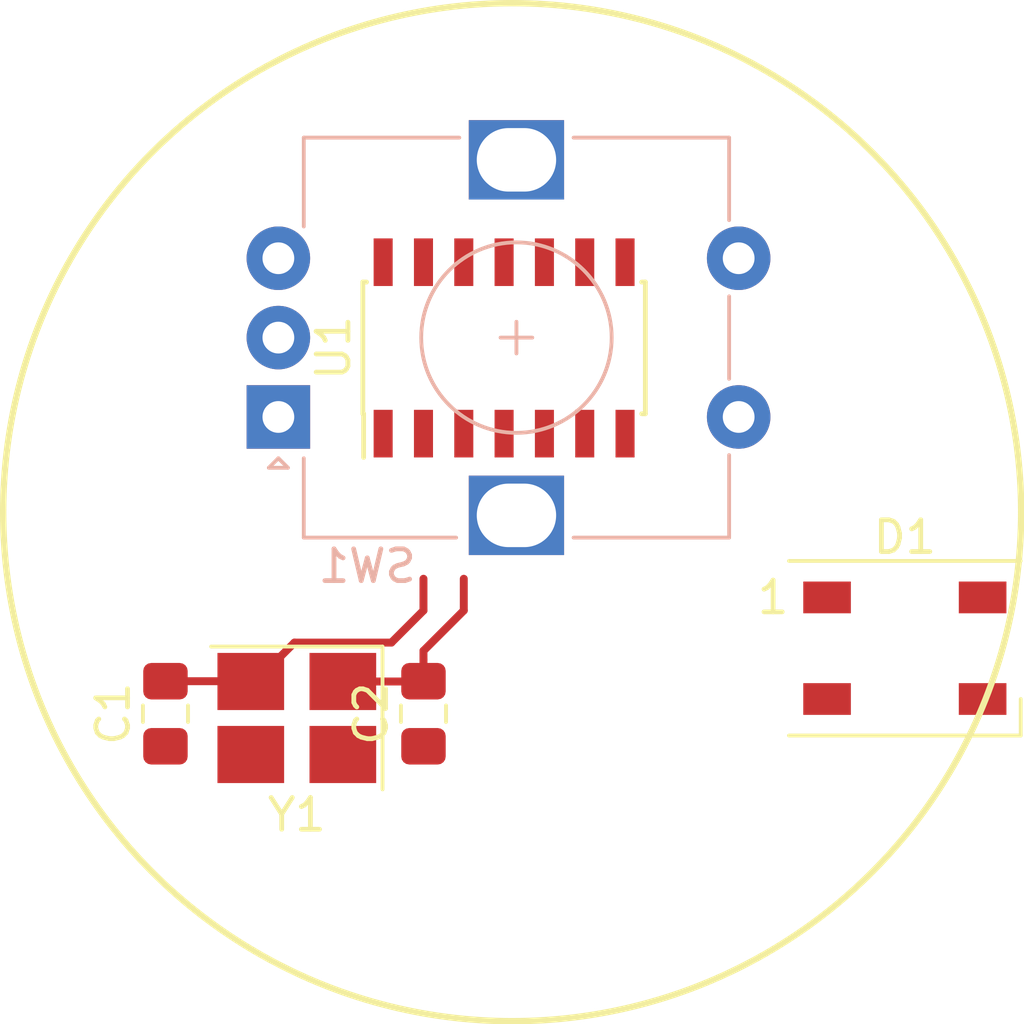
<source format=kicad_pcb>
(kicad_pcb (version 20171130) (host pcbnew "(5.0.2)-1")

  (general
    (thickness 1.6)
    (drawings 1)
    (tracks 13)
    (zones 0)
    (modules 6)
    (nets 22)
  )

  (page A4)
  (layers
    (0 F.Cu signal)
    (31 B.Cu signal)
    (32 B.Adhes user)
    (33 F.Adhes user)
    (34 B.Paste user)
    (35 F.Paste user)
    (36 B.SilkS user)
    (37 F.SilkS user)
    (38 B.Mask user)
    (39 F.Mask user)
    (40 Dwgs.User user)
    (41 Cmts.User user)
    (42 Eco1.User user)
    (43 Eco2.User user)
    (44 Edge.Cuts user)
    (45 Margin user)
    (46 B.CrtYd user)
    (47 F.CrtYd user)
    (48 B.Fab user)
    (49 F.Fab user)
  )

  (setup
    (last_trace_width 0.25)
    (trace_clearance 0.2)
    (zone_clearance 0.508)
    (zone_45_only no)
    (trace_min 0.2)
    (segment_width 0.2)
    (edge_width 0.15)
    (via_size 0.8)
    (via_drill 0.4)
    (via_min_size 0.4)
    (via_min_drill 0.3)
    (uvia_size 0.3)
    (uvia_drill 0.1)
    (uvias_allowed no)
    (uvia_min_size 0.2)
    (uvia_min_drill 0.1)
    (pcb_text_width 0.3)
    (pcb_text_size 1.5 1.5)
    (mod_edge_width 0.15)
    (mod_text_size 1 1)
    (mod_text_width 0.15)
    (pad_size 1.524 1.524)
    (pad_drill 0.762)
    (pad_to_mask_clearance 0.051)
    (solder_mask_min_width 0.25)
    (aux_axis_origin 0 0)
    (visible_elements FFFFFF7F)
    (pcbplotparams
      (layerselection 0x010fc_ffffffff)
      (usegerberextensions false)
      (usegerberattributes false)
      (usegerberadvancedattributes false)
      (creategerberjobfile false)
      (excludeedgelayer true)
      (linewidth 0.100000)
      (plotframeref false)
      (viasonmask false)
      (mode 1)
      (useauxorigin false)
      (hpglpennumber 1)
      (hpglpenspeed 20)
      (hpglpendiameter 15.000000)
      (psnegative false)
      (psa4output false)
      (plotreference true)
      (plotvalue true)
      (plotinvisibletext false)
      (padsonsilk false)
      (subtractmaskfromsilk false)
      (outputformat 1)
      (mirror false)
      (drillshape 1)
      (scaleselection 1)
      (outputdirectory ""))
  )

  (net 0 "")
  (net 1 GND)
  (net 2 /XTAL1)
  (net 3 /XTAL2)
  (net 4 "Net-(D1-Pad3)")
  (net 5 "Net-(D1-Pad4)")
  (net 6 "Net-(D1-Pad2)")
  (net 7 "Net-(D1-Pad1)")
  (net 8 "Net-(SW1-PadS1)")
  (net 9 "Net-(SW1-PadB)")
  (net 10 "Net-(SW1-PadA)")
  (net 11 +5V)
  (net 12 /nRESET)
  (net 13 "Net-(U1-Pad5)")
  (net 14 "Net-(U1-Pad6)")
  (net 15 /MOSI)
  (net 16 /MISO)
  (net 17 /SCK)
  (net 18 "Net-(U1-Pad10)")
  (net 19 /RX0)
  (net 20 /TX0)
  (net 21 "Net-(U1-Pad13)")

  (net_class Default "This is the default net class."
    (clearance 0.2)
    (trace_width 0.25)
    (via_dia 0.8)
    (via_drill 0.4)
    (uvia_dia 0.3)
    (uvia_drill 0.1)
    (add_net +5V)
    (add_net /MISO)
    (add_net /MOSI)
    (add_net /RX0)
    (add_net /SCK)
    (add_net /TX0)
    (add_net /XTAL1)
    (add_net /XTAL2)
    (add_net /nRESET)
    (add_net GND)
    (add_net "Net-(D1-Pad1)")
    (add_net "Net-(D1-Pad2)")
    (add_net "Net-(D1-Pad3)")
    (add_net "Net-(D1-Pad4)")
    (add_net "Net-(SW1-PadA)")
    (add_net "Net-(SW1-PadB)")
    (add_net "Net-(SW1-PadS1)")
    (add_net "Net-(U1-Pad10)")
    (add_net "Net-(U1-Pad13)")
    (add_net "Net-(U1-Pad5)")
    (add_net "Net-(U1-Pad6)")
  )

  (module MatthewFootprints:RotaryEncoder_Alps_EC12E-Switch_Vertical_H20mm (layer B.Cu) (tedit 5C46F170) (tstamp 5C4E9438)
    (at 157.735001 105.967001)
    (descr "Alps rotary encoder, EC12E... with switch, vertical shaft, http://www.alps.com/prod/info/E/HTML/Encoder/Incremental/EC12E/EC12E1240405.html & http://cdn-reichelt.de/documents/datenblatt/F100/402097STEC12E08.PDF")
    (tags "rotary encoder")
    (path /5C41EDE2)
    (fp_text reference SW1 (at 2.8 4.7) (layer B.SilkS)
      (effects (font (size 1 1) (thickness 0.15)) (justify mirror))
    )
    (fp_text value Rotary_Encoder_Switch (at 7.5 -10.4) (layer B.Fab)
      (effects (font (size 1 1) (thickness 0.15)) (justify mirror))
    )
    (fp_line (start 7 -2.5) (end 8 -2.5) (layer B.SilkS) (width 0.12))
    (fp_line (start 7.5 -2) (end 7.5 -3) (layer B.SilkS) (width 0.12))
    (fp_text user %R (at 11.5 -6.6) (layer B.Fab)
      (effects (font (size 1 1) (thickness 0.15)) (justify mirror))
    )
    (fp_line (start 14.2 -6.2) (end 14.2 -8.8) (layer B.SilkS) (width 0.12))
    (fp_line (start 14.2 -1.2) (end 14.2 -3.8) (layer B.SilkS) (width 0.12))
    (fp_line (start 14.2 3.8) (end 14.2 1.2) (layer B.SilkS) (width 0.12))
    (fp_line (start 4.5 -2.5) (end 10.5 -2.5) (layer B.Fab) (width 0.12))
    (fp_line (start 7.5 0.5) (end 7.5 -5.5) (layer B.Fab) (width 0.12))
    (fp_line (start 0.3 1.6) (end 0 1.3) (layer B.SilkS) (width 0.12))
    (fp_line (start -0.3 1.6) (end 0.3 1.6) (layer B.SilkS) (width 0.12))
    (fp_line (start 0 1.3) (end -0.3 1.6) (layer B.SilkS) (width 0.12))
    (fp_line (start 0.8 3.8) (end 0.8 1.3) (layer B.SilkS) (width 0.12))
    (fp_line (start 5.6 3.8) (end 0.8 3.8) (layer B.SilkS) (width 0.12))
    (fp_line (start 0.8 -8.8) (end 0.8 -6) (layer B.SilkS) (width 0.12))
    (fp_line (start 5.7 -8.8) (end 0.8 -8.8) (layer B.SilkS) (width 0.12))
    (fp_line (start 14.2 -8.8) (end 9.3 -8.8) (layer B.SilkS) (width 0.12))
    (fp_line (start 9.3 3.8) (end 14.2 3.8) (layer B.SilkS) (width 0.12))
    (fp_line (start 0.9 2.6) (end 1.9 3.7) (layer B.Fab) (width 0.12))
    (fp_line (start 0.9 -8.7) (end 0.9 2.6) (layer B.Fab) (width 0.12))
    (fp_line (start 14.1 -8.7) (end 0.9 -8.7) (layer B.Fab) (width 0.12))
    (fp_line (start 14.1 3.7) (end 14.1 -8.7) (layer B.Fab) (width 0.12))
    (fp_line (start 1.9 3.7) (end 14.1 3.7) (layer B.Fab) (width 0.12))
    (fp_line (start -1.5 4.85) (end 16 4.85) (layer B.CrtYd) (width 0.05))
    (fp_line (start -1.5 4.85) (end -1.5 -9.85) (layer B.CrtYd) (width 0.05))
    (fp_line (start 16 -9.85) (end 16 4.85) (layer B.CrtYd) (width 0.05))
    (fp_line (start 16 -9.85) (end -1.5 -9.85) (layer B.CrtYd) (width 0.05))
    (fp_circle (center 7.5 -2.5) (end 10.5 -2.5) (layer B.SilkS) (width 0.12))
    (fp_circle (center 7.5 -2.5) (end 10.5 -2.5) (layer B.Fab) (width 0.12))
    (pad S2 thru_hole circle (at 14.5 -5) (size 2 2) (drill 1) (layers *.Cu *.Mask)
      (net 1 GND))
    (pad S1 thru_hole circle (at 14.5 0) (size 2 2) (drill 1) (layers *.Cu *.Mask)
      (net 8 "Net-(SW1-PadS1)"))
    (pad MP thru_hole rect (at 7.5 -8.1) (size 3 2.5) (drill oval 2.5 2) (layers *.Cu *.Mask))
    (pad MP thru_hole rect (at 7.5 3.1) (size 3 2.5) (drill oval 2.5 2) (layers *.Cu *.Mask))
    (pad B thru_hole circle (at 0 -5) (size 2 2) (drill 1) (layers *.Cu *.Mask)
      (net 9 "Net-(SW1-PadB)"))
    (pad C thru_hole circle (at 0 -2.5) (size 2 2) (drill 1) (layers *.Cu *.Mask)
      (net 1 GND))
    (pad A thru_hole rect (at 0 0) (size 2 2) (drill 1) (layers *.Cu *.Mask)
      (net 10 "Net-(SW1-PadA)"))
    (model ${KISYS3DMOD}/Rotary_Encoder.3dshapes/RotaryEncoder_Alps_EC12E-Switch_Vertical_H20mm.wrl
      (at (xyz 0 0 0))
      (scale (xyz 1 1 1))
      (rotate (xyz 0 0 0))
    )
    (model ${KISYS3DMOD}/Rotary_Encoder.3dshapes/RotaryEncoder.step
      (offset (xyz 7.4 -2.5 6))
      (scale (xyz 1 1 1))
      (rotate (xyz 90 0 90))
    )
  )

  (module Capacitor_SMD:C_0805_2012Metric_Pad1.15x1.40mm_HandSolder (layer F.Cu) (tedit 5B36C52B) (tstamp 5C4E93E9)
    (at 154.178 115.316 90)
    (descr "Capacitor SMD 0805 (2012 Metric), square (rectangular) end terminal, IPC_7351 nominal with elongated pad for handsoldering. (Body size source: https://docs.google.com/spreadsheets/d/1BsfQQcO9C6DZCsRaXUlFlo91Tg2WpOkGARC1WS5S8t0/edit?usp=sharing), generated with kicad-footprint-generator")
    (tags "capacitor handsolder")
    (path /5C41E376)
    (attr smd)
    (fp_text reference C1 (at 0 -1.65 90) (layer F.SilkS)
      (effects (font (size 1 1) (thickness 0.15)))
    )
    (fp_text value C (at 0 1.65 90) (layer F.Fab)
      (effects (font (size 1 1) (thickness 0.15)))
    )
    (fp_line (start -1 0.6) (end -1 -0.6) (layer F.Fab) (width 0.1))
    (fp_line (start -1 -0.6) (end 1 -0.6) (layer F.Fab) (width 0.1))
    (fp_line (start 1 -0.6) (end 1 0.6) (layer F.Fab) (width 0.1))
    (fp_line (start 1 0.6) (end -1 0.6) (layer F.Fab) (width 0.1))
    (fp_line (start -0.261252 -0.71) (end 0.261252 -0.71) (layer F.SilkS) (width 0.12))
    (fp_line (start -0.261252 0.71) (end 0.261252 0.71) (layer F.SilkS) (width 0.12))
    (fp_line (start -1.85 0.95) (end -1.85 -0.95) (layer F.CrtYd) (width 0.05))
    (fp_line (start -1.85 -0.95) (end 1.85 -0.95) (layer F.CrtYd) (width 0.05))
    (fp_line (start 1.85 -0.95) (end 1.85 0.95) (layer F.CrtYd) (width 0.05))
    (fp_line (start 1.85 0.95) (end -1.85 0.95) (layer F.CrtYd) (width 0.05))
    (fp_text user %R (at 0 0 90) (layer F.Fab)
      (effects (font (size 0.5 0.5) (thickness 0.08)))
    )
    (pad 1 smd roundrect (at -1.025 0 90) (size 1.15 1.4) (layers F.Cu F.Paste F.Mask) (roundrect_rratio 0.217391)
      (net 1 GND))
    (pad 2 smd roundrect (at 1.025 0 90) (size 1.15 1.4) (layers F.Cu F.Paste F.Mask) (roundrect_rratio 0.217391)
      (net 2 /XTAL1))
    (model ${KISYS3DMOD}/Capacitor_SMD.3dshapes/C_0805_2012Metric.wrl
      (at (xyz 0 0 0))
      (scale (xyz 1 1 1))
      (rotate (xyz 0 0 0))
    )
  )

  (module Capacitor_SMD:C_0805_2012Metric_Pad1.15x1.40mm_HandSolder (layer F.Cu) (tedit 5B36C52B) (tstamp 5C4E97BD)
    (at 162.306 115.316 90)
    (descr "Capacitor SMD 0805 (2012 Metric), square (rectangular) end terminal, IPC_7351 nominal with elongated pad for handsoldering. (Body size source: https://docs.google.com/spreadsheets/d/1BsfQQcO9C6DZCsRaXUlFlo91Tg2WpOkGARC1WS5S8t0/edit?usp=sharing), generated with kicad-footprint-generator")
    (tags "capacitor handsolder")
    (path /5C41E3F8)
    (attr smd)
    (fp_text reference C2 (at 0 -1.65 90) (layer F.SilkS)
      (effects (font (size 1 1) (thickness 0.15)))
    )
    (fp_text value C (at 0 1.65 90) (layer F.Fab)
      (effects (font (size 1 1) (thickness 0.15)))
    )
    (fp_text user %R (at 0 0 90) (layer F.Fab)
      (effects (font (size 0.5 0.5) (thickness 0.08)))
    )
    (fp_line (start 1.85 0.95) (end -1.85 0.95) (layer F.CrtYd) (width 0.05))
    (fp_line (start 1.85 -0.95) (end 1.85 0.95) (layer F.CrtYd) (width 0.05))
    (fp_line (start -1.85 -0.95) (end 1.85 -0.95) (layer F.CrtYd) (width 0.05))
    (fp_line (start -1.85 0.95) (end -1.85 -0.95) (layer F.CrtYd) (width 0.05))
    (fp_line (start -0.261252 0.71) (end 0.261252 0.71) (layer F.SilkS) (width 0.12))
    (fp_line (start -0.261252 -0.71) (end 0.261252 -0.71) (layer F.SilkS) (width 0.12))
    (fp_line (start 1 0.6) (end -1 0.6) (layer F.Fab) (width 0.1))
    (fp_line (start 1 -0.6) (end 1 0.6) (layer F.Fab) (width 0.1))
    (fp_line (start -1 -0.6) (end 1 -0.6) (layer F.Fab) (width 0.1))
    (fp_line (start -1 0.6) (end -1 -0.6) (layer F.Fab) (width 0.1))
    (pad 2 smd roundrect (at 1.025 0 90) (size 1.15 1.4) (layers F.Cu F.Paste F.Mask) (roundrect_rratio 0.217391)
      (net 3 /XTAL2))
    (pad 1 smd roundrect (at -1.025 0 90) (size 1.15 1.4) (layers F.Cu F.Paste F.Mask) (roundrect_rratio 0.217391)
      (net 1 GND))
    (model ${KISYS3DMOD}/Capacitor_SMD.3dshapes/C_0805_2012Metric.wrl
      (at (xyz 0 0 0))
      (scale (xyz 1 1 1))
      (rotate (xyz 0 0 0))
    )
  )

  (module LED_SMD:LED_WS2812B_PLCC4_5.0x5.0mm_P3.2mm (layer F.Cu) (tedit 5AA4B285) (tstamp 5C4E9411)
    (at 177.470001 113.252001)
    (descr https://cdn-shop.adafruit.com/datasheets/WS2812B.pdf)
    (tags "LED RGB NeoPixel")
    (path /5C423FCE)
    (attr smd)
    (fp_text reference D1 (at 0 -3.5) (layer F.SilkS)
      (effects (font (size 1 1) (thickness 0.15)))
    )
    (fp_text value WS2812B (at 0 4) (layer F.Fab)
      (effects (font (size 1 1) (thickness 0.15)))
    )
    (fp_text user 1 (at -4.15 -1.6) (layer F.SilkS)
      (effects (font (size 1 1) (thickness 0.15)))
    )
    (fp_text user %R (at 0 0) (layer F.Fab)
      (effects (font (size 0.8 0.8) (thickness 0.15)))
    )
    (fp_line (start 3.45 -2.75) (end -3.45 -2.75) (layer F.CrtYd) (width 0.05))
    (fp_line (start 3.45 2.75) (end 3.45 -2.75) (layer F.CrtYd) (width 0.05))
    (fp_line (start -3.45 2.75) (end 3.45 2.75) (layer F.CrtYd) (width 0.05))
    (fp_line (start -3.45 -2.75) (end -3.45 2.75) (layer F.CrtYd) (width 0.05))
    (fp_line (start 2.5 1.5) (end 1.5 2.5) (layer F.Fab) (width 0.1))
    (fp_line (start -2.5 -2.5) (end -2.5 2.5) (layer F.Fab) (width 0.1))
    (fp_line (start -2.5 2.5) (end 2.5 2.5) (layer F.Fab) (width 0.1))
    (fp_line (start 2.5 2.5) (end 2.5 -2.5) (layer F.Fab) (width 0.1))
    (fp_line (start 2.5 -2.5) (end -2.5 -2.5) (layer F.Fab) (width 0.1))
    (fp_line (start -3.65 -2.75) (end 3.65 -2.75) (layer F.SilkS) (width 0.12))
    (fp_line (start -3.65 2.75) (end 3.65 2.75) (layer F.SilkS) (width 0.12))
    (fp_line (start 3.65 2.75) (end 3.65 1.6) (layer F.SilkS) (width 0.12))
    (fp_circle (center 0 0) (end 0 -2) (layer F.Fab) (width 0.1))
    (pad 3 smd rect (at 2.45 1.6) (size 1.5 1) (layers F.Cu F.Paste F.Mask)
      (net 4 "Net-(D1-Pad3)"))
    (pad 4 smd rect (at 2.45 -1.6) (size 1.5 1) (layers F.Cu F.Paste F.Mask)
      (net 5 "Net-(D1-Pad4)"))
    (pad 2 smd rect (at -2.45 1.6) (size 1.5 1) (layers F.Cu F.Paste F.Mask)
      (net 6 "Net-(D1-Pad2)"))
    (pad 1 smd rect (at -2.45 -1.6) (size 1.5 1) (layers F.Cu F.Paste F.Mask)
      (net 7 "Net-(D1-Pad1)"))
    (model ${KISYS3DMOD}/LED_SMD.3dshapes/LED_WS2812B_PLCC4_5.0x5.0mm_P3.2mm.wrl
      (at (xyz 0 0 0))
      (scale (xyz 1 1 1))
      (rotate (xyz 0 0 0))
    )
  )

  (module Package_SO:SOIC-14_3.9x8.7mm_P1.27mm (layer F.Cu) (tedit 5A02F2D3) (tstamp 5C4E945B)
    (at 164.846 103.792 90)
    (descr "14-Lead Plastic Small Outline (SL) - Narrow, 3.90 mm Body [SOIC] (see Microchip Packaging Specification 00000049BS.pdf)")
    (tags "SOIC 1.27")
    (path /5C41E109)
    (attr smd)
    (fp_text reference U1 (at 0 -5.375 90) (layer F.SilkS)
      (effects (font (size 1 1) (thickness 0.15)))
    )
    (fp_text value ATtiny841-SSU (at 0 5.375 90) (layer F.Fab)
      (effects (font (size 1 1) (thickness 0.15)))
    )
    (fp_text user %R (at 0 0 90) (layer F.Fab)
      (effects (font (size 0.9 0.9) (thickness 0.135)))
    )
    (fp_line (start -0.95 -4.35) (end 1.95 -4.35) (layer F.Fab) (width 0.15))
    (fp_line (start 1.95 -4.35) (end 1.95 4.35) (layer F.Fab) (width 0.15))
    (fp_line (start 1.95 4.35) (end -1.95 4.35) (layer F.Fab) (width 0.15))
    (fp_line (start -1.95 4.35) (end -1.95 -3.35) (layer F.Fab) (width 0.15))
    (fp_line (start -1.95 -3.35) (end -0.95 -4.35) (layer F.Fab) (width 0.15))
    (fp_line (start -3.7 -4.65) (end -3.7 4.65) (layer F.CrtYd) (width 0.05))
    (fp_line (start 3.7 -4.65) (end 3.7 4.65) (layer F.CrtYd) (width 0.05))
    (fp_line (start -3.7 -4.65) (end 3.7 -4.65) (layer F.CrtYd) (width 0.05))
    (fp_line (start -3.7 4.65) (end 3.7 4.65) (layer F.CrtYd) (width 0.05))
    (fp_line (start -2.075 -4.45) (end -2.075 -4.425) (layer F.SilkS) (width 0.15))
    (fp_line (start 2.075 -4.45) (end 2.075 -4.335) (layer F.SilkS) (width 0.15))
    (fp_line (start 2.075 4.45) (end 2.075 4.335) (layer F.SilkS) (width 0.15))
    (fp_line (start -2.075 4.45) (end -2.075 4.335) (layer F.SilkS) (width 0.15))
    (fp_line (start -2.075 -4.45) (end 2.075 -4.45) (layer F.SilkS) (width 0.15))
    (fp_line (start -2.075 4.45) (end 2.075 4.45) (layer F.SilkS) (width 0.15))
    (fp_line (start -2.075 -4.425) (end -3.45 -4.425) (layer F.SilkS) (width 0.15))
    (pad 1 smd rect (at -2.7 -3.81 90) (size 1.5 0.6) (layers F.Cu F.Paste F.Mask)
      (net 11 +5V))
    (pad 2 smd rect (at -2.7 -2.54 90) (size 1.5 0.6) (layers F.Cu F.Paste F.Mask)
      (net 2 /XTAL1))
    (pad 3 smd rect (at -2.7 -1.27 90) (size 1.5 0.6) (layers F.Cu F.Paste F.Mask)
      (net 3 /XTAL2))
    (pad 4 smd rect (at -2.7 0 90) (size 1.5 0.6) (layers F.Cu F.Paste F.Mask)
      (net 12 /nRESET))
    (pad 5 smd rect (at -2.7 1.27 90) (size 1.5 0.6) (layers F.Cu F.Paste F.Mask)
      (net 13 "Net-(U1-Pad5)"))
    (pad 6 smd rect (at -2.7 2.54 90) (size 1.5 0.6) (layers F.Cu F.Paste F.Mask)
      (net 14 "Net-(U1-Pad6)"))
    (pad 7 smd rect (at -2.7 3.81 90) (size 1.5 0.6) (layers F.Cu F.Paste F.Mask)
      (net 15 /MOSI))
    (pad 8 smd rect (at 2.7 3.81 90) (size 1.5 0.6) (layers F.Cu F.Paste F.Mask)
      (net 16 /MISO))
    (pad 9 smd rect (at 2.7 2.54 90) (size 1.5 0.6) (layers F.Cu F.Paste F.Mask)
      (net 17 /SCK))
    (pad 10 smd rect (at 2.7 1.27 90) (size 1.5 0.6) (layers F.Cu F.Paste F.Mask)
      (net 18 "Net-(U1-Pad10)"))
    (pad 11 smd rect (at 2.7 0 90) (size 1.5 0.6) (layers F.Cu F.Paste F.Mask)
      (net 19 /RX0))
    (pad 12 smd rect (at 2.7 -1.27 90) (size 1.5 0.6) (layers F.Cu F.Paste F.Mask)
      (net 20 /TX0))
    (pad 13 smd rect (at 2.7 -2.54 90) (size 1.5 0.6) (layers F.Cu F.Paste F.Mask)
      (net 21 "Net-(U1-Pad13)"))
    (pad 14 smd rect (at 2.7 -3.81 90) (size 1.5 0.6) (layers F.Cu F.Paste F.Mask)
      (net 1 GND))
    (model ${KISYS3DMOD}/Package_SO.3dshapes/SOIC-14_3.9x8.7mm_P1.27mm.wrl
      (at (xyz 0 0 0))
      (scale (xyz 1 1 1))
      (rotate (xyz 0 0 0))
    )
  )

  (module Crystal:Crystal_SMD_3225-4Pin_3.2x2.5mm_HandSoldering (layer F.Cu) (tedit 5A0FD1B2) (tstamp 5C4E946F)
    (at 158.316 115.45 180)
    (descr "SMD Crystal SERIES SMD3225/4 http://www.txccrystal.com/images/pdf/7m-accuracy.pdf, hand-soldering, 3.2x2.5mm^2 package")
    (tags "SMD SMT crystal hand-soldering")
    (path /5C41E256)
    (attr smd)
    (fp_text reference Y1 (at 0 -3.05 180) (layer F.SilkS)
      (effects (font (size 1 1) (thickness 0.15)))
    )
    (fp_text value Crystal (at 0 3.05 180) (layer F.Fab)
      (effects (font (size 1 1) (thickness 0.15)))
    )
    (fp_text user %R (at 0 0 180) (layer F.Fab)
      (effects (font (size 0.7 0.7) (thickness 0.105)))
    )
    (fp_line (start -1.6 -1.25) (end -1.6 1.25) (layer F.Fab) (width 0.1))
    (fp_line (start -1.6 1.25) (end 1.6 1.25) (layer F.Fab) (width 0.1))
    (fp_line (start 1.6 1.25) (end 1.6 -1.25) (layer F.Fab) (width 0.1))
    (fp_line (start 1.6 -1.25) (end -1.6 -1.25) (layer F.Fab) (width 0.1))
    (fp_line (start -1.6 0.25) (end -0.6 1.25) (layer F.Fab) (width 0.1))
    (fp_line (start -2.7 -2.25) (end -2.7 2.25) (layer F.SilkS) (width 0.12))
    (fp_line (start -2.7 2.25) (end 2.7 2.25) (layer F.SilkS) (width 0.12))
    (fp_line (start -2.8 -2.3) (end -2.8 2.3) (layer F.CrtYd) (width 0.05))
    (fp_line (start -2.8 2.3) (end 2.8 2.3) (layer F.CrtYd) (width 0.05))
    (fp_line (start 2.8 2.3) (end 2.8 -2.3) (layer F.CrtYd) (width 0.05))
    (fp_line (start 2.8 -2.3) (end -2.8 -2.3) (layer F.CrtYd) (width 0.05))
    (pad 1 smd rect (at -1.45 1.15 180) (size 2.1 1.8) (layers F.Cu F.Paste F.Mask)
      (net 3 /XTAL2))
    (pad 2 smd rect (at 1.45 1.15 180) (size 2.1 1.8) (layers F.Cu F.Paste F.Mask)
      (net 2 /XTAL1))
    (pad 3 smd rect (at 1.45 -1.15 180) (size 2.1 1.8) (layers F.Cu F.Paste F.Mask))
    (pad 4 smd rect (at -1.45 -1.15 180) (size 2.1 1.8) (layers F.Cu F.Paste F.Mask))
    (model ${KISYS3DMOD}/Crystal.3dshapes/Crystal_SMD_3225-4Pin_3.2x2.5mm_HandSoldering.wrl
      (at (xyz 0 0 0))
      (scale (xyz 1 1 1))
      (rotate (xyz 0 0 0))
    )
  )

  (gr_circle (center 165.1 108.966) (end 181.102 107.95) (layer F.SilkS) (width 0.2))

  (segment (start 156.857 114.291) (end 156.866 114.3) (width 0.25) (layer F.Cu) (net 2))
  (segment (start 154.178 114.291) (end 156.857 114.291) (width 0.25) (layer F.Cu) (net 2))
  (segment (start 157.016 114.3) (end 156.866 114.3) (width 0.25) (layer F.Cu) (net 2))
  (segment (start 158.241001 113.074999) (end 157.016 114.3) (width 0.25) (layer F.Cu) (net 2))
  (segment (start 161.295001 113.074999) (end 158.241001 113.074999) (width 0.25) (layer F.Cu) (net 2))
  (segment (start 162.306 112.064) (end 161.295001 113.074999) (width 0.25) (layer F.Cu) (net 2))
  (segment (start 162.306 111.064) (end 162.306 112.064) (width 0.25) (layer F.Cu) (net 2))
  (segment (start 162.297 114.3) (end 162.306 114.291) (width 0.25) (layer F.Cu) (net 3))
  (segment (start 159.766 114.3) (end 162.297 114.3) (width 0.25) (layer F.Cu) (net 3))
  (segment (start 162.306 113.616) (end 162.306 114.291) (width 0.25) (layer F.Cu) (net 3))
  (segment (start 162.306 113.334) (end 162.306 113.616) (width 0.25) (layer F.Cu) (net 3))
  (segment (start 163.576 112.064) (end 162.306 113.334) (width 0.25) (layer F.Cu) (net 3))
  (segment (start 163.576 111.064) (end 163.576 112.064) (width 0.25) (layer F.Cu) (net 3))

)

</source>
